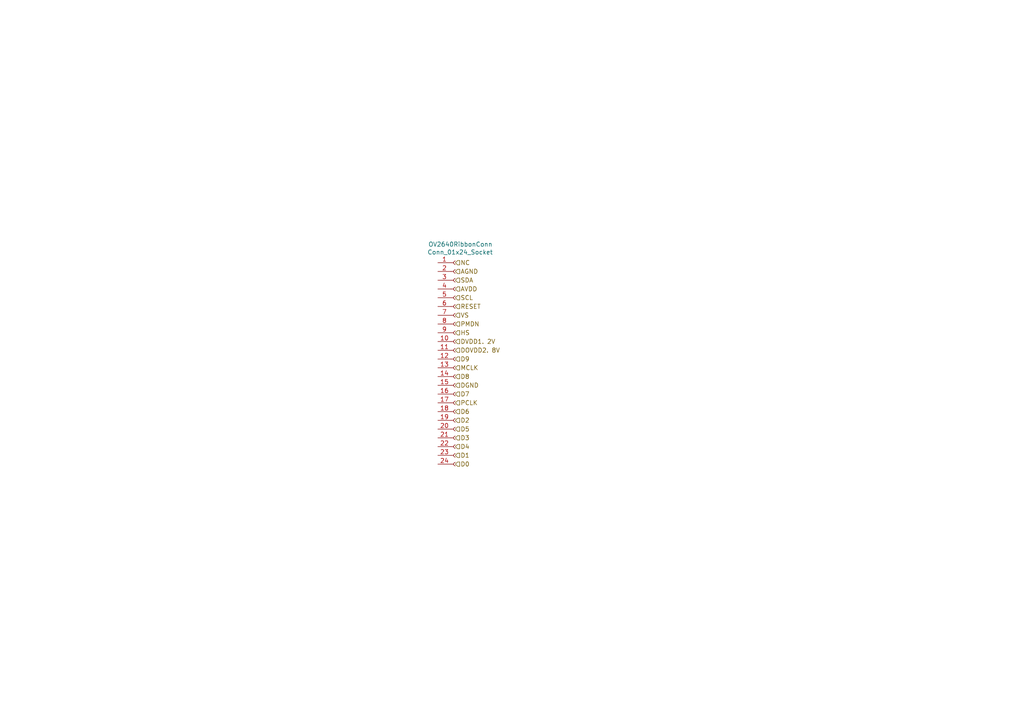
<source format=kicad_sch>
(kicad_sch (version 20250114) (generator "eeschema") (generator_version "9.0")
  (paper "A4")
  (lib_symbols
    (symbol "Connector:Conn_01x24_Socket" (pin_names (offset 1.016) (hide yes))
      (property "Reference" "J" (at 0 30.48 0))
      (property "Value" "Conn_01x24_Socket" (at 0 -33.02 0))
      (symbol "Conn_01x24_Socket_1_1"
        (polyline (pts (xy -1.27 27.94) (xy -0.508 27.94)) (stroke (width 0.1524)))
        (polyline (pts (xy -1.27 25.4) (xy -0.508 25.4)) (stroke (width 0.1524)))
        (polyline (pts (xy -1.27 22.86) (xy -0.508 22.86)) (stroke (width 0.1524)))
        (polyline (pts (xy -1.27 20.32) (xy -0.508 20.32)) (stroke (width 0.1524)))
        (polyline (pts (xy -1.27 17.78) (xy -0.508 17.78)) (stroke (width 0.1524)))
        (polyline (pts (xy -1.27 15.24) (xy -0.508 15.24)) (stroke (width 0.1524)))
        (polyline (pts (xy -1.27 12.7) (xy -0.508 12.7)) (stroke (width 0.1524)))
        (polyline (pts (xy -1.27 10.16) (xy -0.508 10.16)) (stroke (width 0.1524)))
        (polyline (pts (xy -1.27 7.62) (xy -0.508 7.62)) (stroke (width 0.1524)))
        (polyline (pts (xy -1.27 5.08) (xy -0.508 5.08)) (stroke (width 0.1524)))
        (polyline (pts (xy -1.27 2.54) (xy -0.508 2.54)) (stroke (width 0.1524)))
        (polyline (pts (xy -1.27 0) (xy -0.508 0)) (stroke (width 0.1524)))
        (polyline (pts (xy -1.27 -2.54) (xy -0.508 -2.54)) (stroke (width 0.1524)))
        (polyline (pts (xy -1.27 -5.08) (xy -0.508 -5.08)) (stroke (width 0.1524)))
        (polyline (pts (xy -1.27 -7.62) (xy -0.508 -7.62)) (stroke (width 0.1524)))
        (polyline (pts (xy -1.27 -10.16) (xy -0.508 -10.16)) (stroke (width 0.1524)))
        (polyline (pts (xy -1.27 -12.7) (xy -0.508 -12.7)) (stroke (width 0.1524)))
        (polyline (pts (xy -1.27 -15.24) (xy -0.508 -15.24)) (stroke (width 0.1524)))
        (polyline (pts (xy -1.27 -17.78) (xy -0.508 -17.78)) (stroke (width 0.1524)))
        (polyline (pts (xy -1.27 -20.32) (xy -0.508 -20.32)) (stroke (width 0.1524)))
        (polyline (pts (xy -1.27 -22.86) (xy -0.508 -22.86)) (stroke (width 0.1524)))
        (polyline (pts (xy -1.27 -25.4) (xy -0.508 -25.4)) (stroke (width 0.1524)))
        (polyline (pts (xy -1.27 -27.94) (xy -0.508 -27.94)) (stroke (width 0.1524)))
        (polyline (pts (xy -1.27 -30.48) (xy -0.508 -30.48)) (stroke (width 0.1524)))
        (arc (start 0 27.432) (mid -0.5058 27.94) (end 0 28.448) (stroke (width 0.1524)))
        (arc (start 0 24.892) (mid -0.5058 25.4) (end 0 25.908) (stroke (width 0.1524)))
        (arc (start 0 22.352) (mid -0.5058 22.86) (end 0 23.368) (stroke (width 0.1524)))
        (arc (start 0 19.812) (mid -0.5058 20.32) (end 0 20.828) (stroke (width 0.1524)))
        (arc (start 0 17.272) (mid -0.5058 17.78) (end 0 18.288) (stroke (width 0.1524)))
        (arc (start 0 14.732) (mid -0.5058 15.24) (end 0 15.748) (stroke (width 0.1524)))
        (arc (start 0 12.192) (mid -0.5058 12.7) (end 0 13.208) (stroke (width 0.1524)))
        (arc (start 0 9.652) (mid -0.5058 10.16) (end 0 10.668) (stroke (width 0.1524)))
        (arc (start 0 7.112) (mid -0.5058 7.62) (end 0 8.128) (stroke (width 0.1524)))
        (arc (start 0 4.572) (mid -0.5058 5.08) (end 0 5.588) (stroke (width 0.1524)))
        (arc (start 0 2.032) (mid -0.5058 2.54) (end 0 3.048) (stroke (width 0.1524)))
        (arc (start 0 -0.508) (mid -0.5058 0) (end 0 0.508) (stroke (width 0.1524)))
        (arc (start 0 -3.048) (mid -0.5058 -2.54) (end 0 -2.032) (stroke (width 0.1524)))
        (arc (start 0 -5.588) (mid -0.5058 -5.08) (end 0 -4.572) (stroke (width 0.1524)))
        (arc (start 0 -8.128) (mid -0.5058 -7.62) (end 0 -7.112) (stroke (width 0.1524)))
        (arc (start 0 -10.668) (mid -0.5058 -10.16) (end 0 -9.652) (stroke (width 0.1524)))
        (arc (start 0 -13.208) (mid -0.5058 -12.7) (end 0 -12.192) (stroke (width 0.1524)))
        (arc (start 0 -15.748) (mid -0.5058 -15.24) (end 0 -14.732) (stroke (width 0.1524)))
        (arc (start 0 -18.288) (mid -0.5058 -17.78) (end 0 -17.272) (stroke (width 0.1524)))
        (arc (start 0 -20.828) (mid -0.5058 -20.32) (end 0 -19.812) (stroke (width 0.1524)))
        (arc (start 0 -23.368) (mid -0.5058 -22.86) (end 0 -22.352) (stroke (width 0.1524)))
        (arc (start 0 -25.908) (mid -0.5058 -25.4) (end 0 -24.892) (stroke (width 0.1524)))
        (arc (start 0 -28.448) (mid -0.5058 -27.94) (end 0 -27.432) (stroke (width 0.1524)))
        (arc (start 0 -30.988) (mid -0.5058 -30.48) (end 0 -29.972) (stroke (width 0.1524)))
        (pin passive line (at -5.08 27.94 0) (length 3.81) (name "Pin_1") (number "1"))
        (pin passive line (at -5.08 25.4 0) (length 3.81) (name "Pin_2") (number "2"))
        (pin passive line (at -5.08 22.86 0) (length 3.81) (name "Pin_3") (number "3"))
        (pin passive line (at -5.08 20.32 0) (length 3.81) (name "Pin_4") (number "4"))
        (pin passive line (at -5.08 17.78 0) (length 3.81) (name "Pin_5") (number "5"))
        (pin passive line (at -5.08 15.24 0) (length 3.81) (name "Pin_6") (number "6"))
        (pin passive line (at -5.08 12.7 0) (length 3.81) (name "Pin_7") (number "7"))
        (pin passive line (at -5.08 10.16 0) (length 3.81) (name "Pin_8") (number "8"))
        (pin passive line (at -5.08 7.62 0) (length 3.81) (name "Pin_9") (number "9"))
        (pin passive line (at -5.08 5.08 0) (length 3.81) (name "Pin_10") (number "10"))
        (pin passive line (at -5.08 2.54 0) (length 3.81) (name "Pin_11") (number "11"))
        (pin passive line (at -5.08 0 0) (length 3.81) (name "Pin_12") (number "12"))
        (pin passive line (at -5.08 -2.54 0) (length 3.81) (name "Pin_13") (number "13"))
        (pin passive line (at -5.08 -5.08 0) (length 3.81) (name "Pin_14") (number "14"))
        (pin passive line (at -5.08 -7.62 0) (length 3.81) (name "Pin_15") (number "15"))
        (pin passive line (at -5.08 -10.16 0) (length 3.81) (name "Pin_16") (number "16"))
        (pin passive line (at -5.08 -12.7 0) (length 3.81) (name "Pin_17") (number "17"))
        (pin passive line (at -5.08 -15.24 0) (length 3.81) (name "Pin_18") (number "18"))
        (pin passive line (at -5.08 -17.78 0) (length 3.81) (name "Pin_19") (number "19"))
        (pin passive line (at -5.08 -20.32 0) (length 3.81) (name "Pin_20") (number "20"))
        (pin passive line (at -5.08 -22.86 0) (length 3.81) (name "Pin_21") (number "21"))
        (pin passive line (at -5.08 -25.4 0) (length 3.81) (name "Pin_22") (number "22"))
        (pin passive line (at -5.08 -27.94 0) (length 3.81) (name "Pin_23") (number "23"))
        (pin passive line (at -5.08 -30.48 0) (length 3.81) (name "Pin_24") (number "24"))
      )
    )
  )
  (hierarchical_label "HS" (shape input) (at 132.08 96.52 0))
  (hierarchical_label "RESET" (shape input) (at 132.08 88.9 0))
  (hierarchical_label "SCL" (shape input) (at 132.08 86.36 0))
  (hierarchical_label "SDA" (shape input) (at 132.08 81.28 0))
  (hierarchical_label "D9" (shape input) (at 132.08 104.14 0))
  (hierarchical_label "D5" (shape input) (at 132.08 124.46 0))
  (hierarchical_label "DGND" (shape input) (at 132.08 111.76 0))
  (hierarchical_label "D4" (shape input) (at 132.08 129.54 0))
  (hierarchical_label "VS" (shape input) (at 132.08 91.44 0))
  (hierarchical_label "D0" (shape input) (at 132.08 134.62 0))
  (hierarchical_label "D7" (shape input) (at 132.08 114.3 0))
  (hierarchical_label "AVDD" (shape input) (at 132.08 83.82 0))
  (hierarchical_label "D6" (shape input) (at 132.08 119.38 0))
  (hierarchical_label "NC" (shape input) (at 132.08 76.2 0))
  (hierarchical_label "PCLK" (shape input) (at 132.08 116.84 0))
  (hierarchical_label "DOVDD2. 8V" (shape input) (at 132.08 101.6 0))
  (hierarchical_label "D8" (shape input) (at 132.08 109.22 0))
  (hierarchical_label "DVDD1. 2V" (shape input) (at 132.08 99.06 0))
  (hierarchical_label "D3" (shape input) (at 132.08 127 0))
  (hierarchical_label "MCLK" (shape input) (at 132.08 106.68 0))
  (hierarchical_label "D2" (shape input) (at 132.08 121.92 0))
  (hierarchical_label "D1" (shape input) (at 132.08 132.08 0))
  (hierarchical_label "PMDN" (shape input) (at 132.08 93.98 0))
  (hierarchical_label "AGND" (shape input) (at 132.08 78.74 0))
  (symbol (lib_id "Connector:Conn_01x24_Socket") (at 132.08 104.14 0) (unit 1)
    (property "Reference" "OV2640RibbonConn" (at 124.206 70.866 0) (effects (justify left)))
    (property "Value" "Conn_01x24_Socket" (at 123.952 73.152 0) (effects (justify left)))
    (property "Description" "Generic connector, single row, 01x24, script generated" (effects (hide yes)))
  )
)
</source>
